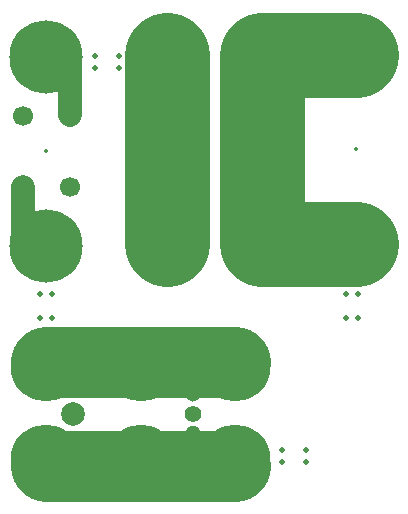
<source format=gbl>
%TF.GenerationSoftware,KiCad,Pcbnew,4.0.7-e2-6376~58~ubuntu16.04.1*%
%TF.CreationDate,2017-10-07T16:36:03-07:00*%
%TF.ProjectId,VibeMotor-Button-Battery,566962654D6F746F722D427574746F6E,v1.3*%
%TF.FileFunction,Copper,L2,Bot,Signal*%
%FSLAX46Y46*%
G04 Gerber Fmt 4.6, Leading zero omitted, Abs format (unit mm)*
G04 Created by KiCad (PCBNEW 4.0.7-e2-6376~58~ubuntu16.04.1) date Sat Oct  7 16:36:03 2017*
%MOMM*%
%LPD*%
G01*
G04 APERTURE LIST*
%ADD10C,0.350000*%
%ADD11C,2.000000*%
%ADD12C,7.200000*%
%ADD13C,6.000000*%
%ADD14C,0.500000*%
%ADD15C,1.700000*%
%ADD16C,6.200000*%
%ADD17C,6.000000*%
%ADD18C,1.300000*%
%ADD19C,1.400000*%
%ADD20C,2.000000*%
%ADD21C,0.350000*%
G04 APERTURE END LIST*
D10*
D11*
X27362400Y-41201800D02*
X27362400Y-46151800D01*
X31362400Y-30151800D02*
X31362400Y-35101800D01*
D12*
X47613300Y-45985700D02*
X47613300Y-29985700D01*
X55613300Y-45985700D02*
X47613300Y-45985700D01*
X55613300Y-29985700D02*
X47613300Y-29985700D01*
X39613300Y-29985700D02*
X39613300Y-45985700D01*
D13*
X45364400Y-55956200D02*
X29364400Y-55956200D01*
X45313600Y-64819800D02*
X29313600Y-64819800D01*
D14*
X51333400Y-63423800D03*
X51333400Y-64439800D03*
X49301400Y-64439800D03*
X49301400Y-63423800D03*
X33477200Y-31127700D03*
X33477200Y-30111700D03*
X35509200Y-30111700D03*
X35509200Y-31127700D03*
X29819600Y-52222400D03*
X28803600Y-52222400D03*
X28803600Y-50190400D03*
X29819600Y-50190400D03*
X55778400Y-52247800D03*
X54762400Y-52247800D03*
X54762400Y-50215800D03*
X55778400Y-50215800D03*
D15*
X31376600Y-35158400D03*
X31376600Y-41158400D03*
X27376600Y-35158400D03*
X27376600Y-41158400D03*
D16*
X29362400Y-46151800D03*
X29362400Y-30151800D03*
D17*
X55613300Y-45985700D03*
X39613300Y-45985700D03*
X55613300Y-29985700D03*
X39613300Y-29985700D03*
D18*
X41789400Y-58736800D03*
D19*
X41789400Y-60386800D03*
D18*
X41789400Y-62036800D03*
D20*
X31589400Y-60386800D03*
D17*
X29364400Y-56311800D03*
X45364400Y-56311800D03*
X45364400Y-64311800D03*
X37364400Y-64311800D03*
X29364400Y-64311800D03*
X37364400Y-56311800D03*
D21*
X51333400Y-63423800D03*
X51333400Y-64439800D03*
X49301400Y-64439800D03*
X49301400Y-63423800D03*
X33477200Y-31127700D03*
X33477200Y-30111700D03*
X35509200Y-30111700D03*
X35509200Y-31127700D03*
X29819600Y-52222400D03*
X28803600Y-52222400D03*
X28803600Y-50190400D03*
X29819600Y-50190400D03*
X55778400Y-52247800D03*
X54762400Y-52247800D03*
X54762400Y-50215800D03*
X55778400Y-50215800D03*
X31376600Y-35158400D03*
X31376600Y-41158400D03*
X27376600Y-35158400D03*
X27376600Y-41158400D03*
X29362400Y-38151800D03*
X29362400Y-46151800D03*
X29362400Y-30151800D03*
X47613300Y-37985700D03*
X55613300Y-37985700D03*
X39613300Y-37985700D03*
X55613300Y-45985700D03*
X47613300Y-45985700D03*
X39613300Y-45985700D03*
X55613300Y-29985700D03*
X47613300Y-29985700D03*
X39613300Y-29985700D03*
X41789400Y-58736800D03*
X41789400Y-60386800D03*
X41789400Y-62036800D03*
X31589400Y-60386800D03*
X29364400Y-56311800D03*
X45364400Y-56311800D03*
X45364400Y-64311800D03*
X37364400Y-64311800D03*
X29364400Y-64311800D03*
X37364400Y-56311800D03*
M02*

</source>
